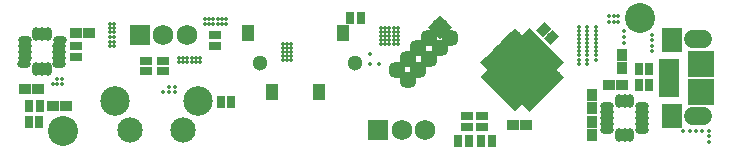
<source format=gbr>
G04 #@! TF.GenerationSoftware,KiCad,Pcbnew,(2016-12-18 revision 3ffa37c)-master*
G04 #@! TF.CreationDate,2017-03-26T15:10:27-07:00*
G04 #@! TF.ProjectId,Pensel,50656E73656C2E6B696361645F706362,rev?*
G04 #@! TF.FileFunction,Soldermask,Top*
G04 #@! TF.FilePolarity,Negative*
%FSLAX46Y46*%
G04 Gerber Fmt 4.6, Leading zero omitted, Abs format (unit mm)*
G04 Created by KiCad (PCBNEW (2016-12-18 revision 3ffa37c)-master) date Sunday, March 26, 2017 'PMt' 03:10:27 PM*
%MOMM*%
%LPD*%
G01*
G04 APERTURE LIST*
%ADD10C,0.100000*%
%ADD11C,0.350000*%
%ADD12C,2.540000*%
%ADD13R,1.750000X0.800000*%
%ADD14R,1.800000X2.000000*%
%ADD15R,2.300000X2.300000*%
%ADD16O,2.400000X1.520000*%
%ADD17R,0.800000X1.000000*%
%ADD18C,0.650000*%
%ADD19C,2.125000*%
%ADD20O,0.700000X1.150000*%
%ADD21O,1.150000X0.700000*%
%ADD22C,1.750000*%
%ADD23R,1.750000X1.750000*%
%ADD24C,0.800000*%
%ADD25R,0.900000X1.000000*%
%ADD26C,2.500000*%
%ADD27C,2.150000*%
%ADD28R,1.100000X1.400000*%
%ADD29C,1.300000*%
%ADD30R,1.000000X0.900000*%
%ADD31R,1.000000X0.800000*%
%ADD32C,1.450000*%
G04 APERTURE END LIST*
D10*
D11*
X58475000Y-142275000D03*
X58475000Y-141150000D03*
X58475000Y-141925000D03*
X58825000Y-141925000D03*
X58825000Y-140800000D03*
X58825000Y-141575000D03*
X58825000Y-142275000D03*
X58475000Y-141575000D03*
X58825000Y-141150000D03*
X58475000Y-140800000D03*
X58475000Y-140450000D03*
X58825000Y-140450000D03*
X65425000Y-143675000D03*
X65775000Y-143325000D03*
X66125000Y-143325000D03*
X64650000Y-143325000D03*
X64650000Y-143675000D03*
X65775000Y-143675000D03*
X64300000Y-143325000D03*
X64300000Y-143675000D03*
X65000000Y-143675000D03*
X65000000Y-143325000D03*
X65425000Y-143325000D03*
X66125000Y-143675000D03*
X67975000Y-140050000D03*
X67975000Y-140400000D03*
X67625000Y-140050000D03*
X67625000Y-140400000D03*
X68325000Y-140400000D03*
X68325000Y-140050000D03*
X66850000Y-140050000D03*
X66850000Y-140400000D03*
X67200000Y-140400000D03*
X67200000Y-140050000D03*
X66500000Y-140400000D03*
X66500000Y-140050000D03*
X73825000Y-142800000D03*
X73125000Y-142100000D03*
X73475000Y-143150000D03*
X73825000Y-143150000D03*
X73475000Y-142100000D03*
X73825000Y-142100000D03*
X73125000Y-143150000D03*
X73825000Y-143500000D03*
X73125000Y-143500000D03*
X73475000Y-143500000D03*
X73825000Y-142450000D03*
X73125000Y-142800000D03*
X73475000Y-142800000D03*
X73125000Y-142450000D03*
X73475000Y-142450000D03*
X91800000Y-143850000D03*
X98900000Y-143800000D03*
X98200000Y-143800000D03*
X98900000Y-143450000D03*
X99675000Y-143450000D03*
X98200000Y-143450000D03*
X98900000Y-143100000D03*
X99675000Y-143100000D03*
X98200000Y-143100000D03*
X98900000Y-142750000D03*
X99675000Y-142750000D03*
X98200000Y-142750000D03*
X98900000Y-142400000D03*
X99675000Y-142400000D03*
X98200000Y-142400000D03*
X98900000Y-142050000D03*
X99675000Y-142050000D03*
X98200000Y-142050000D03*
X98900000Y-141700000D03*
X99675000Y-141700000D03*
X98200000Y-141700000D03*
X98900000Y-141350000D03*
X99675000Y-141350000D03*
X98200000Y-141350000D03*
X98900000Y-141000000D03*
X99675000Y-141000000D03*
X98200000Y-141000000D03*
X98900000Y-140650000D03*
X99675000Y-140650000D03*
X98200000Y-140650000D03*
X81450000Y-142150000D03*
X81800000Y-142150000D03*
X82150000Y-142150000D03*
X82500000Y-142150000D03*
X82850000Y-142150000D03*
X81450000Y-141800000D03*
X81800000Y-141800000D03*
X82150000Y-141800000D03*
X82500000Y-141800000D03*
X82850000Y-141800000D03*
X81450000Y-141450000D03*
X81800000Y-141450000D03*
X82150000Y-141450000D03*
X82500000Y-141450000D03*
X82850000Y-141450000D03*
X81450000Y-141100000D03*
X81800000Y-141100000D03*
X82150000Y-141100000D03*
X82500000Y-141100000D03*
X82850000Y-141100000D03*
X81450000Y-140750000D03*
X81800000Y-140750000D03*
X82150000Y-140750000D03*
X82500000Y-140750000D03*
X53625000Y-145500000D03*
X54025000Y-145500000D03*
X54025000Y-145100000D03*
X54425000Y-145100000D03*
X54425000Y-145500000D03*
X63475000Y-145750000D03*
X63975000Y-145750000D03*
X63975000Y-146175000D03*
X63475000Y-146175000D03*
X62975000Y-146175000D03*
X101125000Y-139750000D03*
X101125000Y-140225000D03*
X100750000Y-140225000D03*
X101500000Y-140225000D03*
X102025000Y-141525000D03*
X94400000Y-143300000D03*
X104400000Y-141825000D03*
X104400000Y-142275000D03*
X104400000Y-142750000D03*
X107025000Y-149475000D03*
X107575000Y-149475000D03*
X108100000Y-149475000D03*
X108650000Y-149475000D03*
X109225000Y-149475000D03*
X109225000Y-149925000D03*
X109225000Y-150400000D03*
D12*
X103375000Y-139925000D03*
D13*
X105825000Y-143700000D03*
X105825000Y-144350000D03*
X105825000Y-146300000D03*
X105825000Y-145650000D03*
D14*
X106050000Y-148200000D03*
D15*
X108500000Y-146200000D03*
D16*
X108300000Y-148255000D03*
X108300000Y-141745000D03*
D15*
X108500000Y-143800000D03*
D14*
X106050000Y-141800000D03*
D13*
X105825000Y-145000000D03*
D11*
X94675000Y-143575000D03*
X82850000Y-140750000D03*
X94975000Y-143875000D03*
D17*
X90800000Y-150300000D03*
X89900000Y-150300000D03*
D18*
X92940381Y-141365507D03*
D10*
G36*
X92321663Y-141206408D02*
X92781282Y-140746789D01*
X93559099Y-141524606D01*
X93099480Y-141984225D01*
X92321663Y-141206408D01*
X92321663Y-141206408D01*
G37*
D18*
X92586827Y-141719060D03*
D10*
G36*
X91968109Y-141559961D02*
X92427728Y-141100342D01*
X93205545Y-141878159D01*
X92745926Y-142337778D01*
X91968109Y-141559961D01*
X91968109Y-141559961D01*
G37*
D18*
X92233274Y-142072614D03*
D10*
G36*
X91614556Y-141913515D02*
X92074175Y-141453896D01*
X92851992Y-142231713D01*
X92392373Y-142691332D01*
X91614556Y-141913515D01*
X91614556Y-141913515D01*
G37*
D18*
X91879720Y-142426167D03*
D10*
G36*
X91261002Y-142267068D02*
X91720621Y-141807449D01*
X92498438Y-142585266D01*
X92038819Y-143044885D01*
X91261002Y-142267068D01*
X91261002Y-142267068D01*
G37*
D18*
X91526167Y-142779720D03*
D10*
G36*
X90907449Y-142620621D02*
X91367068Y-142161002D01*
X92144885Y-142938819D01*
X91685266Y-143398438D01*
X90907449Y-142620621D01*
X90907449Y-142620621D01*
G37*
D18*
X91172614Y-143133274D03*
D10*
G36*
X90553896Y-142974175D02*
X91013515Y-142514556D01*
X91791332Y-143292373D01*
X91331713Y-143751992D01*
X90553896Y-142974175D01*
X90553896Y-142974175D01*
G37*
D18*
X90819060Y-143486827D03*
D10*
G36*
X90200342Y-143327728D02*
X90659961Y-142868109D01*
X91437778Y-143645926D01*
X90978159Y-144105545D01*
X90200342Y-143327728D01*
X90200342Y-143327728D01*
G37*
D18*
X90465507Y-143840381D03*
D10*
G36*
X89846789Y-143681282D02*
X90306408Y-143221663D01*
X91084225Y-143999480D01*
X90624606Y-144459099D01*
X89846789Y-143681282D01*
X89846789Y-143681282D01*
G37*
D18*
X90465507Y-144759619D03*
D10*
G36*
X90306408Y-145378337D02*
X89846789Y-144918718D01*
X90624606Y-144140901D01*
X91084225Y-144600520D01*
X90306408Y-145378337D01*
X90306408Y-145378337D01*
G37*
D18*
X90819060Y-145113173D03*
D10*
G36*
X90659961Y-145731891D02*
X90200342Y-145272272D01*
X90978159Y-144494455D01*
X91437778Y-144954074D01*
X90659961Y-145731891D01*
X90659961Y-145731891D01*
G37*
D18*
X91172614Y-145466726D03*
D10*
G36*
X91013515Y-146085444D02*
X90553896Y-145625825D01*
X91331713Y-144848008D01*
X91791332Y-145307627D01*
X91013515Y-146085444D01*
X91013515Y-146085444D01*
G37*
D18*
X91526167Y-145820280D03*
D10*
G36*
X91367068Y-146438998D02*
X90907449Y-145979379D01*
X91685266Y-145201562D01*
X92144885Y-145661181D01*
X91367068Y-146438998D01*
X91367068Y-146438998D01*
G37*
D18*
X91879720Y-146173833D03*
D10*
G36*
X91720621Y-146792551D02*
X91261002Y-146332932D01*
X92038819Y-145555115D01*
X92498438Y-146014734D01*
X91720621Y-146792551D01*
X91720621Y-146792551D01*
G37*
D18*
X92233274Y-146527386D03*
D10*
G36*
X92074175Y-147146104D02*
X91614556Y-146686485D01*
X92392373Y-145908668D01*
X92851992Y-146368287D01*
X92074175Y-147146104D01*
X92074175Y-147146104D01*
G37*
D18*
X92586827Y-146880940D03*
D10*
G36*
X92427728Y-147499658D02*
X91968109Y-147040039D01*
X92745926Y-146262222D01*
X93205545Y-146721841D01*
X92427728Y-147499658D01*
X92427728Y-147499658D01*
G37*
D18*
X92940381Y-147234493D03*
D10*
G36*
X92781282Y-147853211D02*
X92321663Y-147393592D01*
X93099480Y-146615775D01*
X93559099Y-147075394D01*
X92781282Y-147853211D01*
X92781282Y-147853211D01*
G37*
D18*
X93859619Y-147234493D03*
D10*
G36*
X93240901Y-147075394D02*
X93700520Y-146615775D01*
X94478337Y-147393592D01*
X94018718Y-147853211D01*
X93240901Y-147075394D01*
X93240901Y-147075394D01*
G37*
D18*
X94213173Y-146880940D03*
D10*
G36*
X93594455Y-146721841D02*
X94054074Y-146262222D01*
X94831891Y-147040039D01*
X94372272Y-147499658D01*
X93594455Y-146721841D01*
X93594455Y-146721841D01*
G37*
D18*
X94566726Y-146527386D03*
D10*
G36*
X93948008Y-146368287D02*
X94407627Y-145908668D01*
X95185444Y-146686485D01*
X94725825Y-147146104D01*
X93948008Y-146368287D01*
X93948008Y-146368287D01*
G37*
D18*
X94920280Y-146173833D03*
D10*
G36*
X94301562Y-146014734D02*
X94761181Y-145555115D01*
X95538998Y-146332932D01*
X95079379Y-146792551D01*
X94301562Y-146014734D01*
X94301562Y-146014734D01*
G37*
D18*
X95273833Y-145820280D03*
D10*
G36*
X94655115Y-145661181D02*
X95114734Y-145201562D01*
X95892551Y-145979379D01*
X95432932Y-146438998D01*
X94655115Y-145661181D01*
X94655115Y-145661181D01*
G37*
D18*
X95627386Y-145466726D03*
D10*
G36*
X95008668Y-145307627D02*
X95468287Y-144848008D01*
X96246104Y-145625825D01*
X95786485Y-146085444D01*
X95008668Y-145307627D01*
X95008668Y-145307627D01*
G37*
D18*
X95980940Y-145113173D03*
D10*
G36*
X95362222Y-144954074D02*
X95821841Y-144494455D01*
X96599658Y-145272272D01*
X96140039Y-145731891D01*
X95362222Y-144954074D01*
X95362222Y-144954074D01*
G37*
D18*
X96334493Y-144759619D03*
D10*
G36*
X95715775Y-144600520D02*
X96175394Y-144140901D01*
X96953211Y-144918718D01*
X96493592Y-145378337D01*
X95715775Y-144600520D01*
X95715775Y-144600520D01*
G37*
D18*
X96334493Y-143840381D03*
D10*
G36*
X96175394Y-144459099D02*
X95715775Y-143999480D01*
X96493592Y-143221663D01*
X96953211Y-143681282D01*
X96175394Y-144459099D01*
X96175394Y-144459099D01*
G37*
D18*
X95980940Y-143486827D03*
D10*
G36*
X95821841Y-144105545D02*
X95362222Y-143645926D01*
X96140039Y-142868109D01*
X96599658Y-143327728D01*
X95821841Y-144105545D01*
X95821841Y-144105545D01*
G37*
D18*
X95627386Y-143133274D03*
D10*
G36*
X95468287Y-143751992D02*
X95008668Y-143292373D01*
X95786485Y-142514556D01*
X96246104Y-142974175D01*
X95468287Y-143751992D01*
X95468287Y-143751992D01*
G37*
D18*
X95273833Y-142779720D03*
D10*
G36*
X95114734Y-143398438D02*
X94655115Y-142938819D01*
X95432932Y-142161002D01*
X95892551Y-142620621D01*
X95114734Y-143398438D01*
X95114734Y-143398438D01*
G37*
D18*
X94920280Y-142426167D03*
D10*
G36*
X94761181Y-143044885D02*
X94301562Y-142585266D01*
X95079379Y-141807449D01*
X95538998Y-142267068D01*
X94761181Y-143044885D01*
X94761181Y-143044885D01*
G37*
D18*
X94566726Y-142072614D03*
D10*
G36*
X94407627Y-142691332D02*
X93948008Y-142231713D01*
X94725825Y-141453896D01*
X95185444Y-141913515D01*
X94407627Y-142691332D01*
X94407627Y-142691332D01*
G37*
D18*
X94213173Y-141719060D03*
D10*
G36*
X94054074Y-142337778D02*
X93594455Y-141878159D01*
X94372272Y-141100342D01*
X94831891Y-141559961D01*
X94054074Y-142337778D01*
X94054074Y-142337778D01*
G37*
D18*
X93859619Y-141365507D03*
D10*
G36*
X93700520Y-141984225D02*
X93240901Y-141524606D01*
X94018718Y-140746789D01*
X94478337Y-141206408D01*
X93700520Y-141984225D01*
X93700520Y-141984225D01*
G37*
D19*
X93400000Y-145519759D03*
D10*
G36*
X91897398Y-145519759D02*
X93400000Y-144017157D01*
X94902602Y-145519759D01*
X93400000Y-147022361D01*
X91897398Y-145519759D01*
X91897398Y-145519759D01*
G37*
D19*
X94619759Y-144300000D03*
D10*
G36*
X93117157Y-144300000D02*
X94619759Y-142797398D01*
X96122361Y-144300000D01*
X94619759Y-145802602D01*
X93117157Y-144300000D01*
X93117157Y-144300000D01*
G37*
D19*
X92180241Y-144300000D03*
D10*
G36*
X90677639Y-144300000D02*
X92180241Y-142797398D01*
X93682843Y-144300000D01*
X92180241Y-145802602D01*
X90677639Y-144300000D01*
X90677639Y-144300000D01*
G37*
D19*
X93400000Y-143080241D03*
D10*
G36*
X91897398Y-143080241D02*
X93400000Y-141577639D01*
X94902602Y-143080241D01*
X93400000Y-144582843D01*
X91897398Y-143080241D01*
X91897398Y-143080241D01*
G37*
D12*
X54500000Y-149500000D03*
D11*
X104400000Y-141375000D03*
D20*
X52225000Y-141325000D03*
X52725000Y-141325000D03*
X53225000Y-141325000D03*
D21*
X54225000Y-141800000D03*
X54200000Y-142300000D03*
X54200000Y-142800000D03*
X54200000Y-143300000D03*
X54200000Y-143800000D03*
D20*
X53225000Y-144275000D03*
X52725000Y-144275000D03*
X52225000Y-144275000D03*
D21*
X51225000Y-143800000D03*
X51250000Y-143300000D03*
X51250000Y-142800000D03*
X51250000Y-142300000D03*
X51250000Y-141800000D03*
D17*
X88850000Y-150300000D03*
X87950000Y-150300000D03*
D11*
X101500000Y-139750000D03*
X100750000Y-139750000D03*
D22*
X85200000Y-149400000D03*
X83200000Y-149400000D03*
D23*
X81200000Y-149400000D03*
D11*
X81300000Y-143800000D03*
X80500000Y-143000000D03*
X80500000Y-143800000D03*
X92575000Y-143800000D03*
X92600000Y-143250000D03*
X92175000Y-143475000D03*
D24*
X95843198Y-141543198D03*
D10*
G36*
X95206802Y-141613909D02*
X95913909Y-140906802D01*
X96479594Y-141472487D01*
X95772487Y-142179594D01*
X95206802Y-141613909D01*
X95206802Y-141613909D01*
G37*
D24*
X95206802Y-140906802D03*
D10*
G36*
X94570406Y-140977513D02*
X95277513Y-140270406D01*
X95843198Y-140836091D01*
X95136091Y-141543198D01*
X94570406Y-140977513D01*
X94570406Y-140977513D01*
G37*
D21*
X100575000Y-147400000D03*
X100575000Y-147900000D03*
X100575000Y-148400000D03*
X100575000Y-148900000D03*
X100550000Y-149400000D03*
D20*
X101550000Y-149875000D03*
X102050000Y-149875000D03*
X102550000Y-149875000D03*
D21*
X103525000Y-149400000D03*
X103525000Y-148900000D03*
X103525000Y-148400000D03*
X103525000Y-147900000D03*
X103550000Y-147400000D03*
D20*
X102550000Y-146925000D03*
X102050000Y-146925000D03*
X101550000Y-146925000D03*
D25*
X101820000Y-143060000D03*
X101820000Y-144160000D03*
D11*
X102025000Y-141000000D03*
X102025000Y-142025000D03*
D26*
X58940000Y-146960000D03*
D27*
X60200000Y-149450000D03*
X64700000Y-149450000D03*
D26*
X65950000Y-146960000D03*
D28*
X72200000Y-146200000D03*
X70200000Y-141200000D03*
X76200000Y-146200000D03*
X78200000Y-141200000D03*
D29*
X79200000Y-143700000D03*
X71200000Y-143700000D03*
D25*
X99300000Y-149850000D03*
X99300000Y-148750000D03*
D30*
X56750000Y-141200000D03*
X55650000Y-141200000D03*
D25*
X99300000Y-146450000D03*
X99300000Y-147550000D03*
D30*
X51250000Y-145900000D03*
X52350000Y-145900000D03*
X93750000Y-149000000D03*
X92650000Y-149000000D03*
X101825000Y-145600000D03*
X100725000Y-145600000D03*
X53650000Y-147400000D03*
X54750000Y-147400000D03*
D31*
X88700000Y-148250000D03*
X88700000Y-149150000D03*
X90000000Y-149150000D03*
X90000000Y-148250000D03*
D32*
X86396051Y-140703949D03*
D10*
G36*
X85370746Y-140703949D02*
X86396051Y-139678644D01*
X87421356Y-140703949D01*
X86396051Y-141729254D01*
X85370746Y-140703949D01*
X85370746Y-140703949D01*
G37*
D32*
X85498025Y-141601975D03*
X84600000Y-142500000D03*
X83701974Y-143398026D03*
X82803949Y-144296051D03*
X86396051Y-142500000D03*
X85498025Y-143398026D03*
X84600000Y-144296051D03*
X83701974Y-145194077D03*
X87294077Y-141601975D03*
D23*
X61000000Y-141400000D03*
D22*
X63000000Y-141400000D03*
X65000000Y-141400000D03*
D31*
X61500000Y-143550000D03*
X61500000Y-144450000D03*
X63000000Y-144450000D03*
X63000000Y-143550000D03*
D17*
X103240000Y-144270000D03*
X104140000Y-144270000D03*
X104140000Y-145590000D03*
X103240000Y-145590000D03*
X52550000Y-147400000D03*
X51650000Y-147400000D03*
D31*
X67400000Y-142300000D03*
X67400000Y-141400000D03*
D17*
X68750000Y-147000000D03*
X67850000Y-147000000D03*
X78850000Y-139900000D03*
X79750000Y-139900000D03*
X52500000Y-148700000D03*
X51600000Y-148700000D03*
D31*
X55650000Y-142300000D03*
X55650000Y-143200000D03*
M02*

</source>
